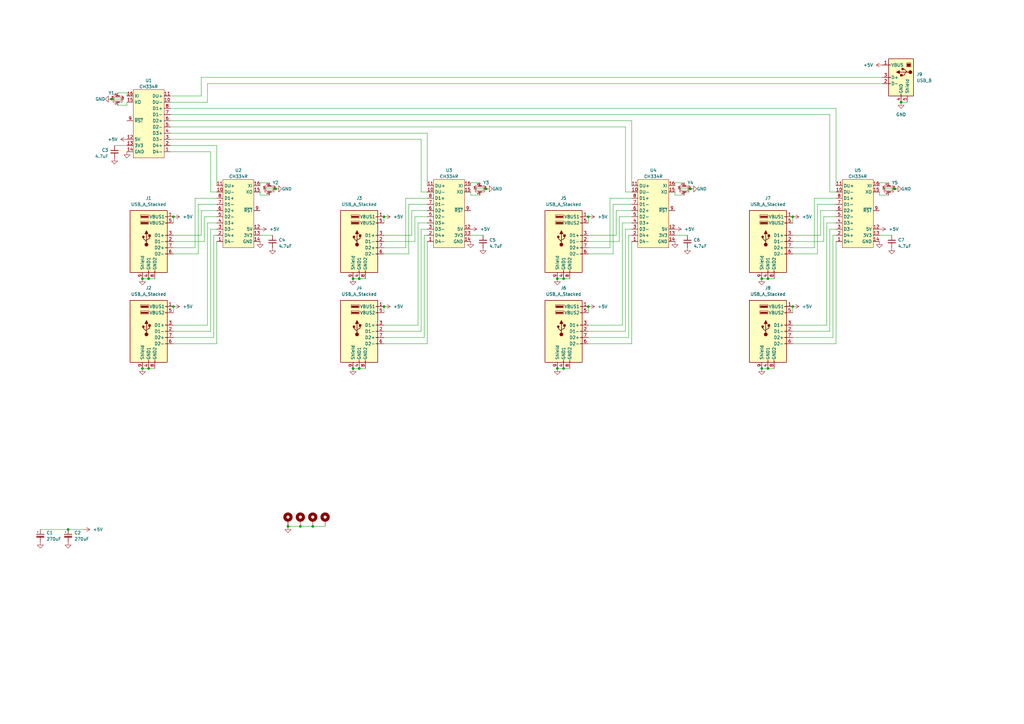
<source format=kicad_sch>
(kicad_sch (version 20231120) (generator "eeschema") (generator_version "8.0")
  (paper "A3")
  (title_block (title "USB 2.0 HighSpeed x16 Hub") (date "2024-11-04") (rev "2024.1") (company "JetERA Creative") (comment 1 "https://creativecommons.org/licenses/by-sa/4.0/legalcode.en") (comment 2 "Use of this schematic design is governed under the CC BY-SA 4.0 International license."))
  (lib_symbols
    (symbol "+5V_1" (power) (pin_numbers hide) (pin_names (offset 0) hide)
      (property "Value" "+5V" (at 0 3.556 0))
      (symbol "+5V_1_0_1"
        (polyline (pts (xy -0.762 1.27) (xy 0 2.54)))
        (polyline (pts (xy 0 0) (xy 0 2.54)))
        (polyline (pts (xy 0 2.54) (xy 0.762 1.27)))
      )
      (symbol "+5V_1_1_1"
        (pin power_in line (at 0 0 90) (length 0) (name "~") (number "1"))
      )
    )
    (symbol "Connector:USB_A_Stacked" (pin_names (offset 1.016))
      (property "Reference" "J" (at 0 15.875 0))
      (property "Value" "USB_A_Stacked" (at 0 13.97 0))
      (symbol "USB_A_Stacked_0_1"
        (rectangle (start -7.62 12.7) (end 7.62 -12.7) (stroke (width 0.254)) (fill (type background)))
        (circle (center -2.159 1.905) (radius 0.381) (stroke (width 0.254)) (fill (type outline)))
        (circle (center -0.889 -1.27) (radius 0.635) (stroke (width 0.254)) (fill (type outline)))
        (rectangle (start -0.254 7.366) (end -3.048 7.874) (fill (type outline)))
        (rectangle (start -0.254 9.906) (end -3.048 10.414) (fill (type outline)))
        (rectangle (start -0.127 -12.7) (end 0.127 -11.938))
        (polyline (pts (xy -1.524 3.175) (xy -0.254 3.175) (xy -0.889 4.445) (xy -1.524 3.175)) (stroke (width 0.254)) (fill (type outline)))
        (polyline (pts (xy -0.889 -0.635) (xy -0.889 0) (xy -2.159 1.27) (xy -2.159 1.905)) (stroke (width 0.254)))
        (polyline (pts (xy -0.889 0) (xy -0.889 0.635) (xy 0.381 1.27) (xy 0.381 2.54)) (stroke (width 0.254)))
        (rectangle (start 0 2.794) (end 0.762 2.032) (stroke (width 0.254)) (fill (type outline)))
        (rectangle (start 0 7.112) (end -3.302 8.382))
        (rectangle (start 0 9.652) (end -3.302 10.922))
        (rectangle (start 2.413 -12.7) (end 2.667 -11.938))
        (rectangle (start 7.62 -5.207) (end 6.858 -4.953))
        (rectangle (start 7.62 -2.667) (end 6.858 -2.413))
        (rectangle (start 7.62 -0.127) (end 6.858 0.127))
        (rectangle (start 7.62 2.413) (end 6.858 2.667))
        (rectangle (start 7.62 7.493) (end 6.858 7.747))
        (rectangle (start 7.62 10.033) (end 6.858 10.287))
      )
      (symbol "USB_A_Stacked_1_1"
        (polyline (pts (xy -0.889 0.635) (xy -0.889 3.175)) (stroke (width 0.254)))
        (pin power_in line (at 10.16 10.16 180) (length 2.54) (name "VBUS1") (number "1"))
        (pin bidirectional line (at 10.16 0 180) (length 2.54) (name "D1-") (number "2"))
        (pin bidirectional line (at 10.16 2.54 180) (length 2.54) (name "D1+") (number "3"))
        (pin power_in line (at 0 -15.24 90) (length 2.54) (name "GND1") (number "4"))
        (pin power_in line (at 10.16 7.62 180) (length 2.54) (name "VBUS2") (number "5"))
        (pin bidirectional line (at 10.16 -5.08 180) (length 2.54) (name "D2-") (number "6"))
        (pin bidirectional line (at 10.16 -2.54 180) (length 2.54) (name "D2+") (number "7"))
        (pin power_in line (at 2.54 -15.24 90) (length 2.54) (name "GND2") (number "8"))
        (pin passive line (at -2.54 -15.24 90) (length 2.54) (name "Shield") (number "9"))
      )
    )
    (symbol "Connector:USB_B" (pin_names (offset 1.016))
      (property "Reference" "J" (at -5.08 11.43 0))
      (property "Value" "USB_B" (at -5.08 8.89 0))
      (symbol "USB_B_0_1"
        (rectangle (start -5.08 -7.62) (end 5.08 7.62) (stroke (width 0.254)) (fill (type background)))
        (circle (center -3.81 2.159) (radius 0.635) (stroke (width 0.254)) (fill (type outline)))
        (rectangle (start -3.81 5.588) (end -2.54 4.572) (fill (type outline)))
        (circle (center -0.635 3.429) (radius 0.381) (stroke (width 0.254)) (fill (type outline)))
        (rectangle (start -0.127 -7.62) (end 0.127 -6.858))
        (polyline (pts (xy -1.905 2.159) (xy 0.635 2.159)) (stroke (width 0.254)))
        (polyline (pts (xy -3.175 2.159) (xy -2.54 2.159) (xy -1.27 3.429) (xy -0.635 3.429)) (stroke (width 0.254)))
        (polyline (pts (xy -2.54 2.159) (xy -1.905 2.159) (xy -1.27 0.889) (xy 0 0.889)) (stroke (width 0.254)))
        (polyline (pts (xy 0.635 2.794) (xy 0.635 1.524) (xy 1.905 2.159) (xy 0.635 2.794)) (stroke (width 0.254)) (fill (type outline)))
        (polyline (pts (xy -4.064 4.318) (xy -2.286 4.318) (xy -2.286 5.715) (xy -2.667 6.096) (xy -3.683 6.096) (xy -4.064 5.715) (xy -4.064 4.318)))
        (rectangle (start 0.254 1.27) (end -0.508 0.508) (stroke (width 0.254)) (fill (type outline)))
        (rectangle (start 5.08 -2.667) (end 4.318 -2.413))
        (rectangle (start 5.08 -0.127) (end 4.318 0.127))
        (rectangle (start 5.08 4.953) (end 4.318 5.207))
      )
      (symbol "USB_B_1_1"
        (pin power_out line (at 7.62 5.08 180) (length 2.54) (name "VBUS") (number "1"))
        (pin bidirectional line (at 7.62 -2.54 180) (length 2.54) (name "D-") (number "2"))
        (pin bidirectional line (at 7.62 0 180) (length 2.54) (name "D+") (number "3"))
        (pin power_out line (at 0 -10.16 90) (length 2.54) (name "GND") (number "4"))
        (pin passive line (at -2.54 -10.16 90) (length 2.54) (name "Shield") (number "5"))
      )
    )
    (symbol "Device:C_Polarized_Small" (pin_numbers hide) (pin_names (offset 0.254) hide)
      (property "Reference" "C" (at 0.254 1.778 0))
      (property "Value" "C_Polarized_Small" (at 0.254 -2.032 0))
      (symbol "C_Polarized_Small_0_1"
        (rectangle (start -1.524 -0.3048) (end 1.524 -0.6858) (fill (type outline)))
        (rectangle (start -1.524 0.6858) (end 1.524 0.3048))
        (polyline (pts (xy -1.27 1.524) (xy -0.762 1.524)))
        (polyline (pts (xy -1.016 1.27) (xy -1.016 1.778)))
      )
      (symbol "C_Polarized_Small_1_1"
        (pin passive line (at 0 2.54 270) (length 1.8542) (name "~") (number "1"))
        (pin passive line (at 0 -2.54 90) (length 1.8542) (name "~") (number "2"))
      )
    )
    (symbol "Device:C_Small" (pin_numbers hide) (pin_names (offset 0.254) hide)
      (property "Reference" "C" (at 0.254 1.778 0))
      (property "Value" "C_Small" (at 0.254 -2.032 0))
      (symbol "C_Small_0_1"
        (polyline (pts (xy -1.524 -0.508) (xy 1.524 -0.508)) (stroke (width 0.3302)))
        (polyline (pts (xy -1.524 0.508) (xy 1.524 0.508)) (stroke (width 0.3048)))
      )
      (symbol "C_Small_1_1"
        (pin passive line (at 0 2.54 270) (length 2.032) (name "~") (number "1"))
        (pin passive line (at 0 -2.54 90) (length 2.032) (name "~") (number "2"))
      )
    )
    (symbol "Device:Crystal_GND24_Small" (pin_names (offset 1.016) hide)
      (property "Reference" "Y" (at 1.27 4.445 0))
      (property "Value" "Crystal_GND24_Small" (at 1.27 2.54 0))
      (symbol "Crystal_GND24_Small_0_1"
        (rectangle (start -0.762 -1.524) (end 0.762 1.524))
        (polyline (pts (xy -1.27 -0.762) (xy -1.27 0.762)) (stroke (width 0.381)))
        (polyline (pts (xy 1.27 -0.762) (xy 1.27 0.762)) (stroke (width 0.381)))
        (polyline (pts (xy -1.27 -1.27) (xy -1.27 -1.905) (xy 1.27 -1.905) (xy 1.27 -1.27)))
        (polyline (pts (xy -1.27 1.27) (xy -1.27 1.905) (xy 1.27 1.905) (xy 1.27 1.27)))
      )
      (symbol "Crystal_GND24_Small_1_1"
        (pin passive line (at -2.54 0 0) (length 1.27) (name "1") (number "1"))
        (pin passive line (at 0 -2.54 90) (length 0.635) (name "2") (number "2"))
        (pin passive line (at 2.54 0 180) (length 1.27) (name "3") (number "3"))
        (pin passive line (at 0 2.54 270) (length 0.635) (name "4") (number "4"))
      )
    )
    (symbol "GND_1" (power) (pin_numbers hide) (pin_names (offset 0) hide)
      (property "Value" "GND" (at 0 -3.81 0))
      (symbol "GND_1_0_1"
        (polyline (pts (xy 0 0) (xy 0 -1.27) (xy 1.27 -1.27) (xy 0 -2.54) (xy -1.27 -1.27) (xy 0 -1.27)))
      )
      (symbol "GND_1_1_1"
        (pin power_in line (at 0 0 270) (length 0) (name "~") (number "1"))
      )
    )
    (symbol "Mechanical:MountingHole_Pad" (pin_numbers hide) (pin_names (offset 1.016) hide)
      (property "Reference" "H" (at 0 6.35 0))
      (property "Value" "MountingHole_Pad" (at 0 4.445 0))
      (symbol "MountingHole_Pad_0_1"
        (circle (center 0 1.27) (radius 1.27) (stroke (width 1.27)))
      )
      (symbol "MountingHole_Pad_1_1"
        (pin input line (at 0 -2.54 90) (length 2.54) (name "1") (number "1"))
      )
    )
    (symbol "WCH:CH334R"
      (property "Reference" "U" (at 0 16.51 0))
      (property "Value" "CH334R" (at 0 16.51 0))
      (symbol "CH334R_1_1"
        (rectangle (start -6.35 13.97) (end 6.35 -13.97) (fill (type background)))
        (pin bidirectional line (at -8.89 -11.43 0) (length 2.54) (name "D4-") (number "1"))
        (pin bidirectional line (at -8.89 8.89 0) (length 2.54) (name "DU-") (number "10"))
        (pin bidirectional line (at -8.89 11.43 0) (length 2.54) (name "DU+") (number "11"))
        (pin power_in line (at 8.89 -6.35 180) (length 2.54) (name "5V") (number "12"))
        (pin power_in line (at 8.89 -8.89 180) (length 2.54) (name "3V3") (number "13"))
        (pin power_in line (at 8.89 -11.43 180) (length 2.54) (name "GND") (number "14"))
        (pin passive line (at 8.89 8.89 180) (length 2.54) (name "XO") (number "15"))
        (pin passive line (at 8.89 11.43 180) (length 2.54) (name "XI") (number "16"))
        (pin bidirectional line (at -8.89 -8.89 0) (length 2.54) (name "D4+") (number "2"))
        (pin bidirectional line (at -8.89 -6.35 0) (length 2.54) (name "D3-") (number "3"))
        (pin bidirectional line (at -8.89 -3.81 0) (length 2.54) (name "D3+") (number "4"))
        (pin bidirectional line (at -8.89 -1.27 0) (length 2.54) (name "D2-") (number "5"))
        (pin bidirectional line (at -8.89 1.27 0) (length 2.54) (name "D2+") (number "6"))
        (pin bidirectional line (at -8.89 3.81 0) (length 2.54) (name "D1-") (number "7"))
        (pin bidirectional line (at -8.89 6.35 0) (length 2.54) (name "D1+") (number "8"))
        (pin input line (at 8.89 1.27 180) (length 2.54) (name "~{RST}") (number "9"))
      )
    )
    (symbol "power:+5V" (power) (pin_names (offset 0))
      (property "Value" "+5V" (at 0 3.556 0))
      (symbol "+5V_0_1"
        (polyline (pts (xy -0.762 1.27) (xy 0 2.54)))
        (polyline (pts (xy 0 0) (xy 0 2.54)))
        (polyline (pts (xy 0 2.54) (xy 0.762 1.27)))
      )
      (symbol "+5V_1_1"
        (pin power_in line (at 0 0 90) (length 0) hide (name "+5V") (number "1"))
      )
    )
    (symbol "power:GND" (power) (pin_names (offset 0))
      (property "Value" "GND" (at 0 -3.81 0))
      (symbol "GND_0_1"
        (polyline (pts (xy 0 0) (xy 0 -1.27) (xy 1.27 -1.27) (xy 0 -2.54) (xy -1.27 -1.27) (xy 0 -1.27)))
      )
      (symbol "GND_1_1"
        (pin power_in line (at 0 0 270) (length 0) hide (name "GND") (number "1"))
      )
    )
  )
  (junction (at 71.12 125.73))
  (junction (at 60.96 151.13))
  (junction (at 113.03 77.47))
  (junction (at 58.42 151.13))
  (junction (at 118.11 215.9))
  (junction (at 144.78 114.3))
  (junction (at 325.12 88.9))
  (junction (at 314.96 151.13))
  (junction (at 241.3 88.9))
  (junction (at 58.42 114.3))
  (junction (at 157.48 125.73))
  (junction (at 228.6 151.13))
  (junction (at 241.3 125.73))
  (junction (at 312.42 114.3))
  (junction (at 231.14 151.13))
  (junction (at 71.12 88.9))
  (junction (at 199.39 77.47))
  (junction (at 60.96 114.3))
  (junction (at 367.03 77.47))
  (junction (at 228.6 114.3))
  (junction (at 144.78 151.13))
  (junction (at 314.96 114.3))
  (junction (at 27.94 217.17))
  (junction (at 128.27 215.9))
  (junction (at 369.57 41.91))
  (junction (at 157.48 88.9))
  (junction (at 45.72 40.64))
  (junction (at 283.21 77.47))
  (junction (at 312.42 151.13))
  (junction (at 147.32 151.13))
  (junction (at 123.19 215.9))
  (junction (at 231.14 114.3))
  (junction (at 325.12 125.73))
  (junction (at 147.32 114.3))
  (wire (pts (xy 106.68 74.93) (xy 106.68 76.2)))
  (wire (pts (xy 106.68 80.01) (xy 106.68 78.74)))
  (wire (pts (xy 256.54 135.89) (xy 256.54 93.98)))
  (wire (pts (xy 312.42 114.3) (xy 314.96 114.3)))
  (wire (pts (xy 364.49 80.01) (xy 360.68 80.01)))
  (wire (pts (xy 251.46 83.82) (xy 251.46 104.14)))
  (wire (pts (xy 257.81 96.52) (xy 259.08 96.52)))
  (wire (pts (xy 340.36 93.98) (xy 342.9 93.98)))
  (wire (pts (xy 168.91 86.36) (xy 168.91 96.52)))
  (wire (pts (xy 157.48 135.89) (xy 172.72 135.89)))
  (wire (pts (xy 276.86 74.93) (xy 276.86 76.2)))
  (wire (pts (xy 69.85 57.15) (xy 172.72 57.15)))
  (wire (pts (xy 157.48 138.43) (xy 173.99 138.43)))
  (wire (pts (xy 85.09 133.35) (xy 85.09 91.44)))
  (wire (pts (xy 147.32 114.3) (xy 149.86 114.3)))
  (wire (pts (xy 276.86 74.93) (xy 280.67 74.93)))
  (wire (pts (xy 83.82 88.9) (xy 83.82 99.06)))
  (wire (pts (xy 336.55 96.52) (xy 325.12 96.52)))
  (wire (pts (xy 82.55 86.36) (xy 82.55 96.52)))
  (wire (pts (xy 88.9 86.36) (xy 82.55 86.36)))
  (wire (pts (xy 58.42 114.3) (xy 60.96 114.3)))
  (wire (pts (xy 48.26 43.18) (xy 52.07 43.18)))
  (wire (pts (xy 71.12 138.43) (xy 87.63 138.43)))
  (wire (pts (xy 278.13 77.47) (xy 283.21 77.47)))
  (wire (pts (xy 335.28 104.14) (xy 325.12 104.14)))
  (wire (pts (xy 360.68 96.52) (xy 365.76 96.52)))
  (wire (pts (xy 34.29 217.17) (xy 27.94 217.17)))
  (wire (pts (xy 58.42 151.13) (xy 60.96 151.13)))
  (wire (pts (xy 259.08 49.53) (xy 69.85 49.53)))
  (wire (pts (xy 254 99.06) (xy 241.3 99.06)))
  (wire (pts (xy 325.12 133.35) (xy 339.09 133.35)))
  (wire (pts (xy 241.3 135.89) (xy 256.54 135.89)))
  (wire (pts (xy 82.55 31.75) (xy 361.95 31.75)))
  (wire (pts (xy 157.48 101.6) (xy 166.37 101.6)))
  (wire (pts (xy 336.55 86.36) (xy 336.55 96.52)))
  (wire (pts (xy 71.12 133.35) (xy 85.09 133.35)))
  (wire (pts (xy 50.8 40.64) (xy 45.72 40.64)))
  (wire (pts (xy 325.12 101.6) (xy 334.01 101.6)))
  (wire (pts (xy 340.36 46.99) (xy 340.36 78.74)))
  (wire (pts (xy 259.08 76.2) (xy 259.08 49.53)))
  (wire (pts (xy 228.6 114.3) (xy 231.14 114.3)))
  (wire (pts (xy 168.91 96.52) (xy 157.48 96.52)))
  (wire (pts (xy 361.95 77.47) (xy 367.03 77.47)))
  (wire (pts (xy 337.82 99.06) (xy 325.12 99.06)))
  (wire (pts (xy 69.85 39.37) (xy 82.55 39.37)))
  (wire (pts (xy 339.09 133.35) (xy 339.09 91.44)))
  (wire (pts (xy 86.36 135.89) (xy 86.36 93.98)))
  (wire (pts (xy 173.99 96.52) (xy 175.26 96.52)))
  (wire (pts (xy 252.73 86.36) (xy 252.73 96.52)))
  (wire (pts (xy 27.94 217.17) (xy 16.51 217.17)))
  (wire (pts (xy 241.3 133.35) (xy 255.27 133.35)))
  (wire (pts (xy 342.9 88.9) (xy 337.82 88.9)))
  (wire (pts (xy 123.19 215.9) (xy 128.27 215.9)))
  (wire (pts (xy 52.07 38.1) (xy 52.07 39.37)))
  (wire (pts (xy 170.18 88.9) (xy 170.18 99.06)))
  (wire (pts (xy 175.26 76.2) (xy 175.26 54.61)))
  (wire (pts (xy 172.72 93.98) (xy 175.26 93.98)))
  (wire (pts (xy 250.19 81.28) (xy 259.08 81.28)))
  (wire (pts (xy 86.36 62.23) (xy 69.85 62.23)))
  (wire (pts (xy 334.01 101.6) (xy 334.01 81.28)))
  (wire (pts (xy 256.54 78.74) (xy 259.08 78.74)))
  (wire (pts (xy 170.18 99.06) (xy 157.48 99.06)))
  (wire (pts (xy 251.46 104.14) (xy 241.3 104.14)))
  (wire (pts (xy 339.09 91.44) (xy 342.9 91.44)))
  (wire (pts (xy 147.32 151.13) (xy 149.86 151.13)))
  (wire (pts (xy 360.68 74.93) (xy 364.49 74.93)))
  (wire (pts (xy 144.78 114.3) (xy 147.32 114.3)))
  (wire (pts (xy 193.04 74.93) (xy 196.85 74.93)))
  (wire (pts (xy 157.48 88.9) (xy 157.48 91.44)))
  (wire (pts (xy 86.36 78.74) (xy 86.36 62.23)))
  (wire (pts (xy 60.96 151.13) (xy 63.5 151.13)))
  (wire (pts (xy 241.3 140.97) (xy 259.08 140.97)))
  (wire (pts (xy 167.64 104.14) (xy 157.48 104.14)))
  (wire (pts (xy 118.11 215.9) (xy 123.19 215.9)))
  (wire (pts (xy 110.49 80.01) (xy 106.68 80.01)))
  (wire (pts (xy 167.64 83.82) (xy 167.64 104.14)))
  (wire (pts (xy 171.45 91.44) (xy 175.26 91.44)))
  (wire (pts (xy 340.36 135.89) (xy 340.36 93.98)))
  (wire (pts (xy 69.85 59.69) (xy 88.9 59.69)))
  (wire (pts (xy 334.01 81.28) (xy 342.9 81.28)))
  (wire (pts (xy 82.55 39.37) (xy 82.55 31.75)))
  (wire (pts (xy 175.26 99.06) (xy 175.26 140.97)))
  (wire (pts (xy 276.86 96.52) (xy 281.94 96.52)))
  (wire (pts (xy 128.27 215.9) (xy 133.35 215.9)))
  (wire (pts (xy 88.9 88.9) (xy 83.82 88.9)))
  (wire (pts (xy 106.68 74.93) (xy 110.49 74.93)))
  (wire (pts (xy 280.67 80.01) (xy 276.86 80.01)))
  (wire (pts (xy 52.07 59.69) (xy 46.99 59.69)))
  (wire (pts (xy 144.78 151.13) (xy 147.32 151.13)))
  (wire (pts (xy 86.36 78.74) (xy 88.9 78.74)))
  (wire (pts (xy 342.9 76.2) (xy 342.9 44.45)))
  (wire (pts (xy 71.12 101.6) (xy 80.01 101.6)))
  (wire (pts (xy 60.96 114.3) (xy 63.5 114.3)))
  (wire (pts (xy 87.63 96.52) (xy 88.9 96.52)))
  (wire (pts (xy 342.9 44.45) (xy 69.85 44.45)))
  (wire (pts (xy 241.3 138.43) (xy 257.81 138.43)))
  (wire (pts (xy 325.12 140.97) (xy 342.9 140.97)))
  (wire (pts (xy 193.04 80.01) (xy 193.04 78.74)))
  (wire (pts (xy 241.3 88.9) (xy 241.3 91.44)))
  (wire (pts (xy 325.12 125.73) (xy 325.12 128.27)))
  (wire (pts (xy 276.86 80.01) (xy 276.86 78.74)))
  (wire (pts (xy 175.26 54.61) (xy 69.85 54.61)))
  (wire (pts (xy 172.72 135.89) (xy 172.72 93.98)))
  (wire (pts (xy 259.08 140.97) (xy 259.08 99.06)))
  (wire (pts (xy 314.96 114.3) (xy 317.5 114.3)))
  (wire (pts (xy 157.48 140.97) (xy 175.26 140.97)))
  (wire (pts (xy 193.04 96.52) (xy 198.12 96.52)))
  (wire (pts (xy 87.63 138.43) (xy 87.63 96.52)))
  (wire (pts (xy 360.68 74.93) (xy 360.68 76.2)))
  (wire (pts (xy 314.96 151.13) (xy 317.5 151.13)))
  (wire (pts (xy 259.08 88.9) (xy 254 88.9)))
  (wire (pts (xy 71.12 125.73) (xy 71.12 128.27)))
  (wire (pts (xy 259.08 83.82) (xy 251.46 83.82)))
  (wire (pts (xy 88.9 83.82) (xy 81.28 83.82)))
  (wire (pts (xy 172.72 57.15) (xy 172.72 78.74)))
  (wire (pts (xy 175.26 88.9) (xy 170.18 88.9)))
  (wire (pts (xy 228.6 151.13) (xy 231.14 151.13)))
  (wire (pts (xy 340.36 78.74) (xy 342.9 78.74)))
  (wire (pts (xy 52.07 38.1) (xy 48.26 38.1)))
  (wire (pts (xy 86.36 93.98) (xy 88.9 93.98)))
  (wire (pts (xy 83.82 99.06) (xy 71.12 99.06)))
  (wire (pts (xy 257.81 138.43) (xy 257.81 96.52)))
  (wire (pts (xy 250.19 101.6) (xy 250.19 81.28)))
  (wire (pts (xy 81.28 83.82) (xy 81.28 104.14)))
  (wire (pts (xy 312.42 151.13) (xy 314.96 151.13)))
  (wire (pts (xy 342.9 83.82) (xy 335.28 83.82)))
  (wire (pts (xy 82.55 96.52) (xy 71.12 96.52)))
  (wire (pts (xy 175.26 86.36) (xy 168.91 86.36)))
  (wire (pts (xy 69.85 46.99) (xy 340.36 46.99)))
  (wire (pts (xy 71.12 140.97) (xy 88.9 140.97)))
  (wire (pts (xy 241.3 101.6) (xy 250.19 101.6)))
  (wire (pts (xy 85.09 34.29) (xy 361.95 34.29)))
  (wire (pts (xy 255.27 133.35) (xy 255.27 91.44)))
  (wire (pts (xy 341.63 96.52) (xy 342.9 96.52)))
  (wire (pts (xy 325.12 138.43) (xy 341.63 138.43)))
  (wire (pts (xy 88.9 59.69) (xy 88.9 76.2)))
  (wire (pts (xy 172.72 78.74) (xy 175.26 78.74)))
  (wire (pts (xy 325.12 135.89) (xy 340.36 135.89)))
  (wire (pts (xy 166.37 101.6) (xy 166.37 81.28)))
  (wire (pts (xy 194.31 77.47) (xy 199.39 77.47)))
  (wire (pts (xy 193.04 74.93) (xy 193.04 76.2)))
  (wire (pts (xy 255.27 91.44) (xy 259.08 91.44)))
  (wire (pts (xy 231.14 151.13) (xy 233.68 151.13)))
  (wire (pts (xy 69.85 52.07) (xy 256.54 52.07)))
  (wire (pts (xy 107.95 77.47) (xy 113.03 77.47)))
  (wire (pts (xy 342.9 140.97) (xy 342.9 99.06)))
  (wire (pts (xy 85.09 34.29) (xy 85.09 41.91)))
  (wire (pts (xy 52.07 43.18) (xy 52.07 41.91)))
  (wire (pts (xy 231.14 114.3) (xy 233.68 114.3)))
  (wire (pts (xy 341.63 138.43) (xy 341.63 96.52)))
  (wire (pts (xy 256.54 93.98) (xy 259.08 93.98)))
  (wire (pts (xy 175.26 83.82) (xy 167.64 83.82)))
  (wire (pts (xy 81.28 104.14) (xy 71.12 104.14)))
  (wire (pts (xy 171.45 91.44) (xy 171.45 133.35)))
  (wire (pts (xy 85.09 41.91) (xy 69.85 41.91)))
  (wire (pts (xy 173.99 96.52) (xy 173.99 138.43)))
  (wire (pts (xy 88.9 140.97) (xy 88.9 99.06)))
  (wire (pts (xy 85.09 91.44) (xy 88.9 91.44)))
  (wire (pts (xy 369.57 41.91) (xy 372.11 41.91)))
  (wire (pts (xy 259.08 86.36) (xy 252.73 86.36)))
  (wire (pts (xy 254 88.9) (xy 254 99.06)))
  (wire (pts (xy 71.12 135.89) (xy 86.36 135.89)))
  (wire (pts (xy 166.37 81.28) (xy 175.26 81.28)))
  (wire (pts (xy 106.68 96.52) (xy 111.76 96.52)))
  (wire (pts (xy 80.01 81.28) (xy 88.9 81.28)))
  (wire (pts (xy 325.12 88.9) (xy 325.12 91.44)))
  (wire (pts (xy 241.3 125.73) (xy 241.3 128.27)))
  (wire (pts (xy 196.85 80.01) (xy 193.04 80.01)))
  (wire (pts (xy 360.68 80.01) (xy 360.68 78.74)))
  (wire (pts (xy 80.01 101.6) (xy 80.01 81.28)))
  (wire (pts (xy 342.9 86.36) (xy 336.55 86.36)))
  (wire (pts (xy 157.48 125.73) (xy 157.48 128.27)))
  (wire (pts (xy 171.45 133.35) (xy 157.48 133.35)))
  (wire (pts (xy 252.73 96.52) (xy 241.3 96.52)))
  (wire (pts (xy 256.54 52.07) (xy 256.54 78.74)))
  (wire (pts (xy 335.28 83.82) (xy 335.28 104.14)))
  (wire (pts (xy 337.82 88.9) (xy 337.82 99.06)))
  (wire (pts (xy 71.12 88.9) (xy 71.12 91.44)))
  (symbol (lib_id "Device:C_Small") (at 111.76 99.06 0) (unit 1)
    (property "Reference" "C4" (at 114.3 98.4313 0) (effects (justify left)))
    (property "Value" "4.7uF" (at 114.3 100.9713 0) (effects (justify left)))
    (property "Footprint" "Capacitor_SMD:C_0805_2012Metric" (effects (hide yes)))
  )
  (symbol (lib_id "Connector:USB_A_Stacked") (at 314.96 135.89 0) (unit 1)
    (property "Reference" "J8" (at 314.96 118.11 0))
    (property "Value" "USB_A_Stacked" (at 314.96 120.65 0))
    (property "Footprint" "footprints:USB_A_Wuerth_61400826021_Horizontal_Stacked" (effects (hide yes)))
    (property "Description" "USB Type A connector, stacked" (effects (hide yes)))
  )
  (symbol (lib_id "Device:Crystal_GND24_Small") (at 48.26 40.64 270) (mirror x) (unit 1)
    (property "Reference" "Y1" (at 45.72 38.1 90))
    (property "Value" "Crystal_GND24_Small" (effects (hide yes)))
    (property "Footprint" "Crystal:Crystal_SMD_3225-4Pin_3.2x2.5mm" (effects (hide yes)))
  )
  (symbol (lib_id "Device:C_Small") (at 365.76 99.06 0) (unit 1)
    (property "Reference" "C7" (at 368.3 98.4313 0) (effects (justify left)))
    (property "Value" "4.7uF" (at 368.3 100.9713 0) (effects (justify left)))
    (property "Footprint" "Capacitor_SMD:C_0805_2012Metric" (effects (hide yes)))
  )
  (symbol (lib_id "power:+5V") (at 34.29 217.17 270) (unit 1)
    (property "Reference" "#PWR03" (effects (hide yes)))
    (property "Value" "+5V" (at 38.1 217.17 90) (effects (justify left)))
  )
  (symbol (lib_id "Device:Crystal_GND24_Small") (at 364.49 77.47 90) (unit 1)
    (property "Reference" "Y5" (at 367.03 74.93 90))
    (property "Value" "Crystal_GND24_Small" (effects (hide yes)))
    (property "Footprint" "Crystal:Crystal_SMD_3225-4Pin_3.2x2.5mm" (effects (hide yes)))
  )
  (symbol (lib_id "power:GND") (at 367.03 77.47 90) (unit 1)
    (property "Reference" "#PWR040" (effects (hide yes)))
    (property "Value" "GND" (at 369.57 77.47 90) (effects (justify right)))
  )
  (symbol (lib_id "WCH:CH334R") (at 351.79 87.63 0) (unit 1)
    (property "Reference" "U5" (at 351.79 69.85 0))
    (property "Value" "CH334R" (at 351.79 72.39 0))
    (property "Footprint" "Package_SO:QSOP-16_3.9x4.9mm_P0.635mm" (effects (hide yes)))
  )
  (symbol (lib_id "power:+5V") (at 241.3 88.9 270) (unit 1)
    (property "Reference" "#PWR027" (effects (hide yes)))
    (property "Value" "+5V" (at 245.11 88.9 90) (effects (justify left)))
  )
  (symbol (lib_id "power:GND") (at 58.42 151.13 0) (unit 1)
    (property "Reference" "#PWR011" (effects (hide yes)))
    (property "Value" "GND" (effects (hide yes)))
  )
  (symbol (lib_id "Device:Crystal_GND24_Small") (at 196.85 77.47 90) (unit 1)
    (property "Reference" "Y3" (at 199.39 74.93 90))
    (property "Value" "Crystal_GND24_Small" (effects (hide yes)))
    (property "Footprint" "Crystal:Crystal_SMD_3225-4Pin_3.2x2.5mm" (effects (hide yes)))
  )
  (symbol (lib_id "WCH:CH334R") (at 267.97 87.63 0) (unit 1)
    (property "Reference" "U4" (at 267.97 69.85 0))
    (property "Value" "CH334R" (at 267.97 72.39 0))
    (property "Footprint" "Package_SO:QSOP-16_3.9x4.9mm_P0.635mm" (effects (hide yes)))
  )
  (symbol (lib_id "power:GND") (at 360.68 99.06 0) (unit 1)
    (property "Reference" "#PWR038" (effects (hide yes)))
    (property "Value" "GND" (effects (hide yes)))
  )
  (symbol (lib_id "power:+5V") (at 106.68 93.98 270) (unit 1)
    (property "Reference" "#PWR016" (effects (hide yes)))
    (property "Value" "+5V" (at 110.49 93.98 90) (effects (justify left)))
  )
  (symbol (lib_id "WCH:CH334R") (at 60.96 50.8 0) (mirror y) (unit 1)
    (property "Reference" "U1" (at 60.96 33.02 0))
    (property "Value" "CH334R" (at 60.96 35.56 0))
    (property "Footprint" "Package_SO:QSOP-16_3.9x4.9mm_P0.635mm" (effects (hide yes)))
  )
  (symbol (lib_id "Mechanical:MountingHole_Pad") (at 128.27 213.36 0) (unit 1)
    (property "Reference" "H3" (effects (hide yes)))
    (property "Value" "MountingHole_Pad" (effects (hide yes)))
    (property "Footprint" "MountingHole:MountingHole_3.5mm_Pad_Via" (effects (hide yes)))
  )
  (symbol (lib_id "power:+5V") (at 193.04 93.98 270) (unit 1)
    (property "Reference" "#PWR021" (effects (hide yes)))
    (property "Value" "+5V" (at 196.85 93.98 90) (effects (justify left)))
  )
  (symbol (lib_id "Device:Crystal_GND24_Small") (at 110.49 77.47 90) (unit 1)
    (property "Reference" "Y2" (at 113.03 74.93 90))
    (property "Value" "Crystal_GND24_Small" (effects (hide yes)))
    (property "Footprint" "Crystal:Crystal_SMD_3225-4Pin_3.2x2.5mm" (effects (hide yes)))
  )
  (symbol (lib_id "power:+5V") (at 71.12 125.73 270) (unit 1)
    (property "Reference" "#PWR09" (effects (hide yes)))
    (property "Value" "+5V" (at 74.93 125.73 90) (effects (justify left)))
  )
  (symbol (lib_id "Connector:USB_A_Stacked") (at 60.96 99.06 0) (unit 1)
    (property "Reference" "J1" (at 60.96 81.28 0))
    (property "Value" "USB_A_Stacked" (at 60.96 83.82 0))
    (property "Footprint" "footprints:USB_A_Wuerth_61400826021_Horizontal_Stacked" (effects (hide yes)))
    (property "Description" "USB Type A connector, stacked" (effects (hide yes)))
  )
  (symbol (lib_id "power:GND") (at 144.78 151.13 0) (unit 1)
    (property "Reference" "#PWR013" (effects (hide yes)))
    (property "Value" "GND" (effects (hide yes)))
  )
  (symbol (lib_id "Device:C_Polarized_Small") (at 16.51 219.71 0) (unit 1)
    (property "Reference" "C1" (at 19.05 218.5289 0) (effects (justify left)))
    (property "Value" "270uF" (at 19.05 221.0689 0) (effects (justify left)))
    (property "Footprint" "Capacitor_THT:CP_Radial_D5.0mm_P2.50mm" (effects (hide yes)))
  )
  (symbol (lib_id "power:GND") (at 27.94 222.25 0) (unit 1)
    (property "Reference" "#PWR02" (effects (hide yes)))
    (property "Value" "GND" (effects (hide yes)))
  )
  (symbol (lib_id "power:+5V") (at 276.86 93.98 270) (unit 1)
    (property "Reference" "#PWR029" (effects (hide yes)))
    (property "Value" "+5V" (at 280.67 93.98 90) (effects (justify left)))
  )
  (symbol (lib_id "Connector:USB_A_Stacked") (at 231.14 99.06 0) (unit 1)
    (property "Reference" "J5" (at 231.14 81.28 0))
    (property "Value" "USB_A_Stacked" (at 231.14 83.82 0))
    (property "Footprint" "footprints:USB_A_Wuerth_61400826021_Horizontal_Stacked" (effects (hide yes)))
    (property "Description" "USB Type A connector, stacked" (effects (hide yes)))
  )
  (symbol (lib_name "GND_1") (lib_id "power:GND") (at 369.57 41.91 0) (unit 1)
    (property "Reference" "#PWR042" (effects (hide yes)))
    (property "Value" "GND" (at 369.57 46.99 0))
    (property "Description" "Power symbol creates a global label with name \"GND\" , ground" (effects (hide yes)))
  )
  (symbol (lib_id "power:GND") (at 199.39 77.47 90) (unit 1)
    (property "Reference" "#PWR024" (effects (hide yes)))
    (property "Value" "GND" (at 201.93 77.47 90) (effects (justify right)))
  )
  (symbol (lib_id "power:GND") (at 16.51 222.25 0) (unit 1)
    (property "Reference" "#PWR01" (effects (hide yes)))
    (property "Value" "GND" (effects (hide yes)))
  )
  (symbol (lib_id "power:GND") (at 281.94 101.6 0) (unit 1)
    (property "Reference" "#PWR031" (effects (hide yes)))
    (property "Value" "GND" (effects (hide yes)))
  )
  (symbol (lib_id "Mechanical:MountingHole_Pad") (at 118.11 213.36 0) (unit 1)
    (property "Reference" "H1" (effects (hide yes)))
    (property "Value" "MountingHole_Pad" (effects (hide yes)))
    (property "Footprint" "MountingHole:MountingHole_3.5mm_Pad_Via" (effects (hide yes)))
  )
  (symbol (lib_id "Device:C_Polarized_Small") (at 27.94 219.71 0) (unit 1)
    (property "Reference" "C2" (at 30.48 218.5289 0) (effects (justify left)))
    (property "Value" "270uF" (at 30.48 221.0689 0) (effects (justify left)))
    (property "Footprint" "Capacitor_THT:CP_Radial_D5.0mm_P2.50mm" (effects (hide yes)))
  )
  (symbol (lib_id "Connector:USB_A_Stacked") (at 147.32 135.89 0) (unit 1)
    (property "Reference" "J4" (at 147.32 118.11 0))
    (property "Value" "USB_A_Stacked" (at 147.32 120.65 0))
    (property "Footprint" "footprints:USB_A_Wuerth_61400826021_Horizontal_Stacked" (effects (hide yes)))
    (property "Description" "USB Type A connector, stacked" (effects (hide yes)))
  )
  (symbol (lib_id "Connector:USB_B") (at 369.57 31.75 0) (mirror y) (unit 1)
    (property "Reference" "J9" (at 375.92 30.4799 0) (effects (justify right)))
    (property "Value" "USB_B" (at 375.92 33.0199 0) (effects (justify right)))
    (property "Footprint" "footprints:USB_B_OST_USB-B1HSxx_Horizontal" (effects (hide yes)))
    (property "Description" "USB Type B connector" (effects (hide yes)))
  )
  (symbol (lib_id "power:GND") (at 198.12 101.6 0) (unit 1)
    (property "Reference" "#PWR023" (effects (hide yes)))
    (property "Value" "GND" (effects (hide yes)))
  )
  (symbol (lib_id "power:GND") (at 193.04 99.06 0) (unit 1)
    (property "Reference" "#PWR022" (effects (hide yes)))
    (property "Value" "GND" (effects (hide yes)))
  )
  (symbol (lib_id "power:GND") (at 111.76 101.6 0) (unit 1)
    (property "Reference" "#PWR018" (effects (hide yes)))
    (property "Value" "GND" (effects (hide yes)))
  )
  (symbol (lib_id "Device:C_Small") (at 198.12 99.06 0) (unit 1)
    (property "Reference" "C5" (at 200.66 98.4313 0) (effects (justify left)))
    (property "Value" "4.7uF" (at 200.66 100.9713 0) (effects (justify left)))
    (property "Footprint" "Capacitor_SMD:C_0805_2012Metric" (effects (hide yes)))
  )
  (symbol (lib_id "power:GND") (at 228.6 151.13 0) (unit 1)
    (property "Reference" "#PWR026" (effects (hide yes)))
    (property "Value" "GND" (effects (hide yes)))
  )
  (symbol (lib_id "power:+5V") (at 71.12 88.9 270) (unit 1)
    (property "Reference" "#PWR08" (effects (hide yes)))
    (property "Value" "+5V" (at 74.93 88.9 90) (effects (justify left)))
  )
  (symbol (lib_id "power:+5V") (at 241.3 125.73 270) (unit 1)
    (property "Reference" "#PWR028" (effects (hide yes)))
    (property "Value" "+5V" (at 245.11 125.73 90) (effects (justify left)))
  )
  (symbol (lib_id "power:GND") (at 312.42 114.3 0) (unit 1)
    (property "Reference" "#PWR033" (effects (hide yes)))
    (property "Value" "GND" (effects (hide yes)))
  )
  (symbol (lib_id "Device:C_Small") (at 46.99 62.23 0) (mirror y) (unit 1)
    (property "Reference" "C3" (at 44.45 61.6013 0) (effects (justify left)))
    (property "Value" "4.7uF" (at 44.45 64.1413 0) (effects (justify left)))
    (property "Footprint" "Capacitor_SMD:C_0805_2012Metric" (effects (hide yes)))
  )
  (symbol (lib_id "power:GND") (at 312.42 151.13 0) (unit 1)
    (property "Reference" "#PWR034" (effects (hide yes)))
    (property "Value" "GND" (effects (hide yes)))
  )
  (symbol (lib_id "power:+5V") (at 360.68 93.98 270) (unit 1)
    (property "Reference" "#PWR037" (effects (hide yes)))
    (property "Value" "+5V" (at 364.49 93.98 90) (effects (justify left)))
  )
  (symbol (lib_id "Connector:USB_A_Stacked") (at 60.96 135.89 0) (unit 1)
    (property "Reference" "J2" (at 60.96 118.11 0))
    (property "Value" "USB_A_Stacked" (at 60.96 120.65 0))
    (property "Footprint" "footprints:USB_A_Wuerth_61400826021_Horizontal_Stacked" (effects (hide yes)))
    (property "Description" "USB Type A connector, stacked" (effects (hide yes)))
  )
  (symbol (lib_id "power:+5V") (at 157.48 88.9 270) (unit 1)
    (property "Reference" "#PWR014" (effects (hide yes)))
    (property "Value" "+5V" (at 161.29 88.9 90) (effects (justify left)))
  )
  (symbol (lib_id "power:GND") (at 118.11 215.9 0) (unit 1)
    (property "Reference" "#PWR020" (effects (hide yes)))
    (property "Value" "GND" (effects (hide yes)))
  )
  (symbol (lib_id "power:+5V") (at 52.07 57.15 90) (mirror x) (unit 1)
    (property "Reference" "#PWR06" (effects (hide yes)))
    (property "Value" "+5V" (at 48.26 57.15 90) (effects (justify left)))
  )
  (symbol (lib_id "power:+5V") (at 325.12 88.9 270) (unit 1)
    (property "Reference" "#PWR035" (effects (hide yes)))
    (property "Value" "+5V" (at 328.93 88.9 90) (effects (justify left)))
  )
  (symbol (lib_id "power:GND") (at 144.78 114.3 0) (unit 1)
    (property "Reference" "#PWR012" (effects (hide yes)))
    (property "Value" "GND" (effects (hide yes)))
  )
  (symbol (lib_id "power:GND") (at 106.68 99.06 0) (unit 1)
    (property "Reference" "#PWR017" (effects (hide yes)))
    (property "Value" "GND" (effects (hide yes)))
  )
  (symbol (lib_id "power:GND") (at 276.86 99.06 0) (unit 1)
    (property "Reference" "#PWR030" (effects (hide yes)))
    (property "Value" "GND" (effects (hide yes)))
  )
  (symbol (lib_id "power:GND") (at 52.07 62.23 0) (mirror y) (unit 1)
    (property "Reference" "#PWR07" (effects (hide yes)))
    (property "Value" "GND" (effects (hide yes)))
  )
  (symbol (lib_id "WCH:CH334R") (at 97.79 87.63 0) (unit 1)
    (property "Reference" "U2" (at 97.79 69.85 0))
    (property "Value" "CH334R" (at 97.79 72.39 0))
    (property "Footprint" "Package_SO:QSOP-16_3.9x4.9mm_P0.635mm" (effects (hide yes)))
  )
  (symbol (lib_id "power:GND") (at 113.03 77.47 90) (unit 1)
    (property "Reference" "#PWR019" (effects (hide yes)))
    (property "Value" "GND" (at 115.57 77.47 90) (effects (justify right)))
  )
  (symbol (lib_id "Connector:USB_A_Stacked") (at 231.14 135.89 0) (unit 1)
    (property "Reference" "J6" (at 231.14 118.11 0))
    (property "Value" "USB_A_Stacked" (at 231.14 120.65 0))
    (property "Footprint" "footprints:USB_A_Wuerth_61400826021_Horizontal_Stacked" (effects (hide yes)))
    (property "Description" "USB Type A connector, stacked" (effects (hide yes)))
  )
  (symbol (lib_id "power:GND") (at 283.21 77.47 90) (unit 1)
    (property "Reference" "#PWR032" (effects (hide yes)))
    (property "Value" "GND" (at 285.75 77.47 90) (effects (justify right)))
  )
  (symbol (lib_id "power:GND") (at 46.99 64.77 0) (mirror y) (unit 1)
    (property "Reference" "#PWR05" (effects (hide yes)))
    (property "Value" "GND" (effects (hide yes)))
  )
  (symbol (lib_id "Device:C_Small") (at 281.94 99.06 0) (unit 1)
    (property "Reference" "C6" (at 284.48 98.4313 0) (effects (justify left)))
    (property "Value" "4.7uF" (at 284.48 100.9713 0) (effects (justify left)))
    (property "Footprint" "Capacitor_SMD:C_0805_2012Metric" (effects (hide yes)))
  )
  (symbol (lib_id "Connector:USB_A_Stacked") (at 314.96 99.06 0) (unit 1)
    (property "Reference" "J7" (at 314.96 81.28 0))
    (property "Value" "USB_A_Stacked" (at 314.96 83.82 0))
    (property "Footprint" "footprints:USB_A_Wuerth_61400826021_Horizontal_Stacked" (effects (hide yes)))
    (property "Description" "USB Type A connector, stacked" (effects (hide yes)))
  )
  (symbol (lib_id "power:GND") (at 365.76 101.6 0) (unit 1)
    (property "Reference" "#PWR039" (effects (hide yes)))
    (property "Value" "GND" (effects (hide yes)))
  )
  (symbol (lib_id "Connector:USB_A_Stacked") (at 147.32 99.06 0) (unit 1)
    (property "Reference" "J3" (at 147.32 81.28 0))
    (property "Value" "USB_A_Stacked" (at 147.32 83.82 0))
    (property "Footprint" "footprints:USB_A_Wuerth_61400826021_Horizontal_Stacked" (effects (hide yes)))
    (property "Description" "USB Type A connector, stacked" (effects (hide yes)))
  )
  (symbol (lib_id "Mechanical:MountingHole_Pad") (at 133.35 213.36 0) (unit 1)
    (property "Reference" "H4" (effects (hide yes)))
    (property "Value" "MountingHole_Pad" (effects (hide yes)))
    (property "Footprint" "MountingHole:MountingHole_3.5mm_Pad_Via" (effects (hide yes)))
  )
  (symbol (lib_id "power:GND") (at 228.6 114.3 0) (unit 1)
    (property "Reference" "#PWR025" (effects (hide yes)))
    (property "Value" "GND" (effects (hide yes)))
  )
  (symbol (lib_id "Device:Crystal_GND24_Small") (at 280.67 77.47 90) (unit 1)
    (property "Reference" "Y4" (at 283.21 74.93 90))
    (property "Value" "Crystal_GND24_Small" (effects (hide yes)))
    (property "Footprint" "Crystal:Crystal_SMD_3225-4Pin_3.2x2.5mm" (effects (hide yes)))
  )
  (symbol (lib_id "power:+5V") (at 157.48 125.73 270) (unit 1)
    (property "Reference" "#PWR015" (effects (hide yes)))
    (property "Value" "+5V" (at 161.29 125.73 90) (effects (justify left)))
  )
  (symbol (lib_id "power:GND") (at 45.72 40.64 270) (mirror x) (unit 1)
    (property "Reference" "#PWR04" (effects (hide yes)))
    (property "Value" "GND" (at 43.18 40.64 90) (effects (justify right)))
  )
  (symbol (lib_id "Mechanical:MountingHole_Pad") (at 123.19 213.36 0) (unit 1)
    (property "Reference" "H2" (effects (hide yes)))
    (property "Value" "MountingHole_Pad" (effects (hide yes)))
    (property "Footprint" "MountingHole:MountingHole_3.5mm_Pad_Via" (effects (hide yes)))
  )
  (symbol (lib_id "power:GND") (at 58.42 114.3 0) (unit 1)
    (property "Reference" "#PWR010" (effects (hide yes)))
    (property "Value" "GND" (effects (hide yes)))
  )
  (symbol (lib_id "WCH:CH334R") (at 184.15 87.63 0) (unit 1)
    (property "Reference" "U3" (at 184.15 69.85 0))
    (property "Value" "CH334R" (at 184.15 72.39 0))
    (property "Footprint" "Package_SO:QSOP-16_3.9x4.9mm_P0.635mm" (effects (hide yes)))
  )
  (symbol (lib_name "+5V_1") (lib_id "power:+5V") (at 361.95 26.67 90) (unit 1)
    (property "Reference" "#PWR043" (effects (hide yes)))
    (property "Value" "+5V" (at 358.14 26.6699 90) (effects (justify left)))
    (property "Description" "Power symbol creates a global label with name \"+5V\"" (effects (hide yes)))
  )
  (symbol (lib_id "power:+5V") (at 325.12 125.73 270) (unit 1)
    (property "Reference" "#PWR036" (effects (hide yes)))
    (property "Value" "+5V" (at 328.93 125.73 90) (effects (justify left)))
  )
)
</source>
